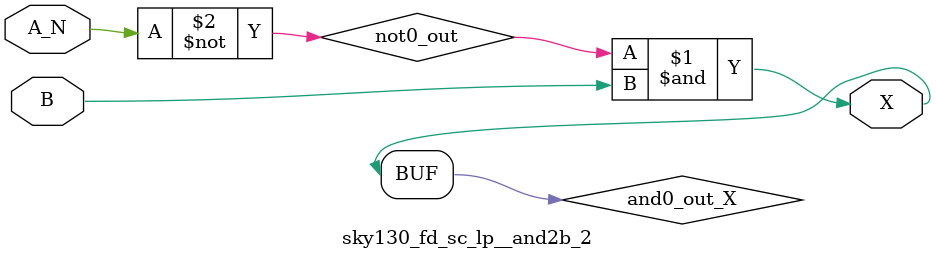
<source format=v>
/*
 * Copyright 2020 The SkyWater PDK Authors
 *
 * Licensed under the Apache License, Version 2.0 (the "License");
 * you may not use this file except in compliance with the License.
 * You may obtain a copy of the License at
 *
 *     https://www.apache.org/licenses/LICENSE-2.0
 *
 * Unless required by applicable law or agreed to in writing, software
 * distributed under the License is distributed on an "AS IS" BASIS,
 * WITHOUT WARRANTIES OR CONDITIONS OF ANY KIND, either express or implied.
 * See the License for the specific language governing permissions and
 * limitations under the License.
 *
 * SPDX-License-Identifier: Apache-2.0
*/


`ifndef SKY130_FD_SC_LP__AND2B_2_FUNCTIONAL_V
`define SKY130_FD_SC_LP__AND2B_2_FUNCTIONAL_V

/**
 * and2b: 2-input AND, first input inverted.
 *
 * Verilog simulation functional model.
 */

`timescale 1ns / 1ps
`default_nettype none

`celldefine
module sky130_fd_sc_lp__and2b_2 (
    X  ,
    A_N,
    B
);

    // Module ports
    output X  ;
    input  A_N;
    input  B  ;

    // Local signals
    wire not0_out  ;
    wire and0_out_X;

    //  Name  Output      Other arguments
    not not0 (not0_out  , A_N            );
    and and0 (and0_out_X, not0_out, B    );
    buf buf0 (X         , and0_out_X     );

endmodule
`endcelldefine

`default_nettype wire
`endif  // SKY130_FD_SC_LP__AND2B_2_FUNCTIONAL_V

</source>
